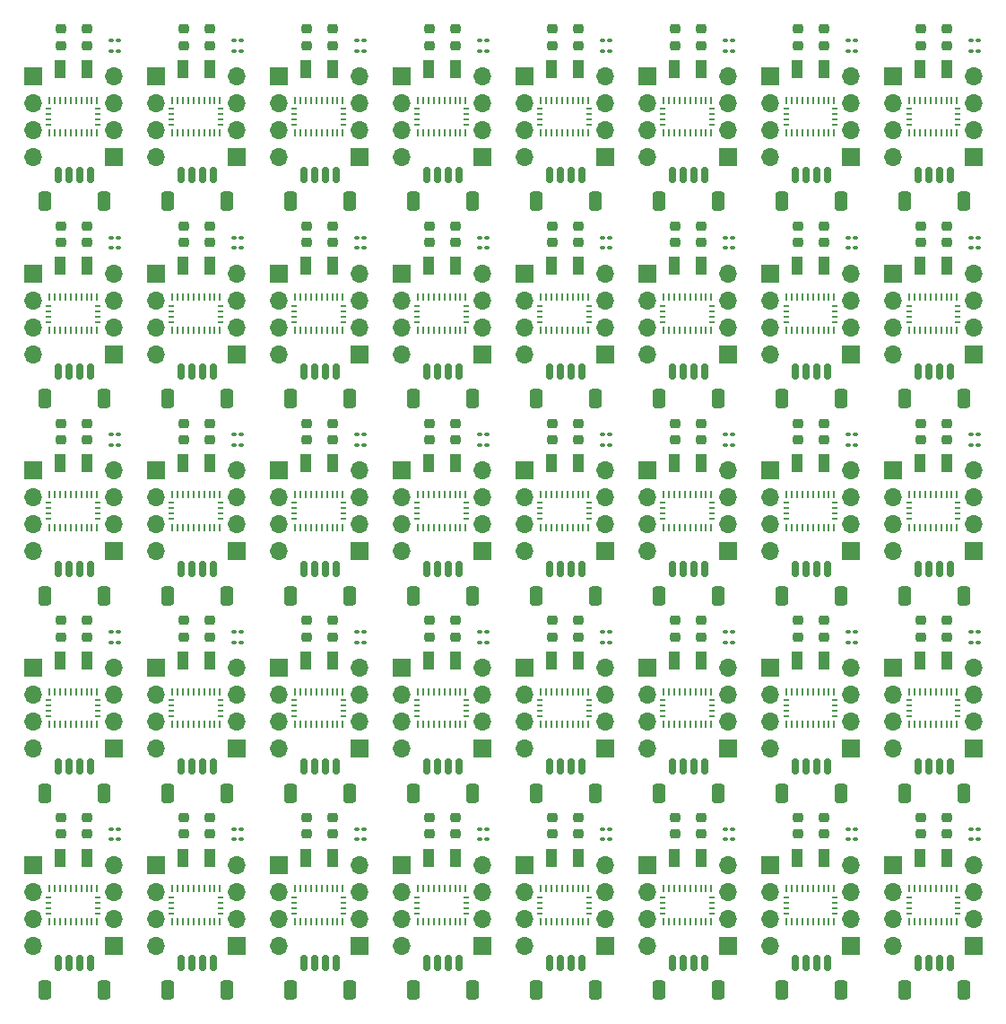
<source format=gbr>
%TF.GenerationSoftware,KiCad,Pcbnew,8.0.8*%
%TF.CreationDate,2025-03-09T21:38:21+09:00*%
%TF.ProjectId,panelized,70616e65-6c69-47a6-9564-2e6b69636164,rev?*%
%TF.SameCoordinates,Original*%
%TF.FileFunction,Soldermask,Top*%
%TF.FilePolarity,Negative*%
%FSLAX46Y46*%
G04 Gerber Fmt 4.6, Leading zero omitted, Abs format (unit mm)*
G04 Created by KiCad (PCBNEW 8.0.8) date 2025-03-09 21:38:21*
%MOMM*%
%LPD*%
G01*
G04 APERTURE LIST*
G04 Aperture macros list*
%AMRoundRect*
0 Rectangle with rounded corners*
0 $1 Rounding radius*
0 $2 $3 $4 $5 $6 $7 $8 $9 X,Y pos of 4 corners*
0 Add a 4 corners polygon primitive as box body*
4,1,4,$2,$3,$4,$5,$6,$7,$8,$9,$2,$3,0*
0 Add four circle primitives for the rounded corners*
1,1,$1+$1,$2,$3*
1,1,$1+$1,$4,$5*
1,1,$1+$1,$6,$7*
1,1,$1+$1,$8,$9*
0 Add four rect primitives between the rounded corners*
20,1,$1+$1,$2,$3,$4,$5,0*
20,1,$1+$1,$4,$5,$6,$7,0*
20,1,$1+$1,$6,$7,$8,$9,0*
20,1,$1+$1,$8,$9,$2,$3,0*%
G04 Aperture macros list end*
%ADD10R,0.250000X0.675000*%
%ADD11R,0.575000X0.250000*%
%ADD12RoundRect,0.225000X0.250000X-0.225000X0.250000X0.225000X-0.250000X0.225000X-0.250000X-0.225000X0*%
%ADD13R,1.000000X1.800000*%
%ADD14RoundRect,0.100000X-0.130000X-0.100000X0.130000X-0.100000X0.130000X0.100000X-0.130000X0.100000X0*%
%ADD15RoundRect,0.150000X0.150000X0.625000X-0.150000X0.625000X-0.150000X-0.625000X0.150000X-0.625000X0*%
%ADD16RoundRect,0.250000X0.350000X0.650000X-0.350000X0.650000X-0.350000X-0.650000X0.350000X-0.650000X0*%
%ADD17R,1.700000X1.700000*%
%ADD18O,1.700000X1.700000*%
G04 APERTURE END LIST*
D10*
%TO.C,IC1*%
X61250000Y-63237000D03*
D11*
X61187000Y-64050000D03*
X61187000Y-64550000D03*
X61187000Y-65050000D03*
X61187000Y-65550000D03*
D10*
X61250000Y-66363000D03*
X61750000Y-66363000D03*
X62250000Y-66363000D03*
X62750000Y-66363000D03*
X63250000Y-66363000D03*
X63750000Y-66363000D03*
X64250000Y-66363000D03*
X64750000Y-66363000D03*
X65250000Y-66363000D03*
X65750000Y-66363000D03*
D11*
X65813000Y-65550000D03*
X65813000Y-65050000D03*
X65813000Y-64550000D03*
X65813000Y-64050000D03*
D10*
X65750000Y-63237000D03*
X65250000Y-63237000D03*
X64750000Y-63237000D03*
X64250000Y-63237000D03*
X63750000Y-63237000D03*
X63250000Y-63237000D03*
X62750000Y-63237000D03*
X62250000Y-63237000D03*
X61750000Y-63237000D03*
%TD*%
D12*
%TO.C,C4*%
X41600000Y-20875000D03*
X41600000Y-19325000D03*
%TD*%
D13*
%TO.C,Y1*%
X41550000Y-4500000D03*
X39050000Y-4500000D03*
%TD*%
D14*
%TO.C,JP6*%
X67080000Y-57600000D03*
X67720000Y-57600000D03*
%TD*%
D10*
%TO.C,IC1*%
X49650000Y-26037000D03*
D11*
X49587000Y-26850000D03*
X49587000Y-27350000D03*
X49587000Y-27850000D03*
X49587000Y-28350000D03*
D10*
X49650000Y-29163000D03*
X50150000Y-29163000D03*
X50650000Y-29163000D03*
X51150000Y-29163000D03*
X51650000Y-29163000D03*
X52150000Y-29163000D03*
X52650000Y-29163000D03*
X53150000Y-29163000D03*
X53650000Y-29163000D03*
X54150000Y-29163000D03*
D11*
X54213000Y-28350000D03*
X54213000Y-27850000D03*
X54213000Y-27350000D03*
X54213000Y-26850000D03*
D10*
X54150000Y-26037000D03*
X53650000Y-26037000D03*
X53150000Y-26037000D03*
X52650000Y-26037000D03*
X52150000Y-26037000D03*
X51650000Y-26037000D03*
X51150000Y-26037000D03*
X50650000Y-26037000D03*
X50150000Y-26037000D03*
%TD*%
D12*
%TO.C,C3*%
X4300000Y-39475000D03*
X4300000Y-37925000D03*
%TD*%
%TO.C,C4*%
X41600000Y-39475000D03*
X41600000Y-37925000D03*
%TD*%
D15*
%TO.C,J2*%
X7100000Y-88875000D03*
X6100000Y-88875000D03*
X5100000Y-88875000D03*
X4100000Y-88875000D03*
D16*
X8400000Y-91400000D03*
X2800000Y-91400000D03*
%TD*%
D12*
%TO.C,C4*%
X41600000Y-58075000D03*
X41600000Y-56525000D03*
%TD*%
D13*
%TO.C,Y1*%
X41550000Y-41700000D03*
X39050000Y-41700000D03*
%TD*%
%TO.C,Y1*%
X29950000Y-4500000D03*
X27450000Y-4500000D03*
%TD*%
D12*
%TO.C,C4*%
X18400000Y-76675000D03*
X18400000Y-75125000D03*
%TD*%
D14*
%TO.C,JP6*%
X90280000Y-1800000D03*
X90920000Y-1800000D03*
%TD*%
D15*
%TO.C,J2*%
X7100000Y-51675000D03*
X6100000Y-51675000D03*
X5100000Y-51675000D03*
X4100000Y-51675000D03*
D16*
X8400000Y-54200000D03*
X2800000Y-54200000D03*
%TD*%
D12*
%TO.C,C4*%
X64800000Y-2275000D03*
X64800000Y-725000D03*
%TD*%
D13*
%TO.C,Y1*%
X76350000Y-4500000D03*
X73850000Y-4500000D03*
%TD*%
D12*
%TO.C,C3*%
X15900000Y-2275000D03*
X15900000Y-725000D03*
%TD*%
D14*
%TO.C,JP6*%
X67080000Y-39000000D03*
X67720000Y-39000000D03*
%TD*%
D13*
%TO.C,Y1*%
X29950000Y-41700000D03*
X27450000Y-41700000D03*
%TD*%
D15*
%TO.C,J2*%
X53500000Y-88875000D03*
X52500000Y-88875000D03*
X51500000Y-88875000D03*
X50500000Y-88875000D03*
D16*
X54800000Y-91400000D03*
X49200000Y-91400000D03*
%TD*%
D12*
%TO.C,C3*%
X39100000Y-20875000D03*
X39100000Y-19325000D03*
%TD*%
%TO.C,C4*%
X64800000Y-20875000D03*
X64800000Y-19325000D03*
%TD*%
D10*
%TO.C,IC1*%
X49650000Y-44637000D03*
D11*
X49587000Y-45450000D03*
X49587000Y-45950000D03*
X49587000Y-46450000D03*
X49587000Y-46950000D03*
D10*
X49650000Y-47763000D03*
X50150000Y-47763000D03*
X50650000Y-47763000D03*
X51150000Y-47763000D03*
X51650000Y-47763000D03*
X52150000Y-47763000D03*
X52650000Y-47763000D03*
X53150000Y-47763000D03*
X53650000Y-47763000D03*
X54150000Y-47763000D03*
D11*
X54213000Y-46950000D03*
X54213000Y-46450000D03*
X54213000Y-45950000D03*
X54213000Y-45450000D03*
D10*
X54150000Y-44637000D03*
X53650000Y-44637000D03*
X53150000Y-44637000D03*
X52650000Y-44637000D03*
X52150000Y-44637000D03*
X51650000Y-44637000D03*
X51150000Y-44637000D03*
X50650000Y-44637000D03*
X50150000Y-44637000D03*
%TD*%
D12*
%TO.C,C4*%
X6800000Y-2275000D03*
X6800000Y-725000D03*
%TD*%
D13*
%TO.C,Y1*%
X87950000Y-23100000D03*
X85450000Y-23100000D03*
%TD*%
D14*
%TO.C,JP5*%
X90280000Y-40000000D03*
X90920000Y-40000000D03*
%TD*%
D10*
%TO.C,IC1*%
X14850000Y-81837000D03*
D11*
X14787000Y-82650000D03*
X14787000Y-83150000D03*
X14787000Y-83650000D03*
X14787000Y-84150000D03*
D10*
X14850000Y-84963000D03*
X15350000Y-84963000D03*
X15850000Y-84963000D03*
X16350000Y-84963000D03*
X16850000Y-84963000D03*
X17350000Y-84963000D03*
X17850000Y-84963000D03*
X18350000Y-84963000D03*
X18850000Y-84963000D03*
X19350000Y-84963000D03*
D11*
X19413000Y-84150000D03*
X19413000Y-83650000D03*
X19413000Y-83150000D03*
X19413000Y-82650000D03*
D10*
X19350000Y-81837000D03*
X18850000Y-81837000D03*
X18350000Y-81837000D03*
X17850000Y-81837000D03*
X17350000Y-81837000D03*
X16850000Y-81837000D03*
X16350000Y-81837000D03*
X15850000Y-81837000D03*
X15350000Y-81837000D03*
%TD*%
D14*
%TO.C,JP6*%
X55480000Y-39000000D03*
X56120000Y-39000000D03*
%TD*%
%TO.C,JP5*%
X55480000Y-58600000D03*
X56120000Y-58600000D03*
%TD*%
%TO.C,JP6*%
X43880000Y-76200000D03*
X44520000Y-76200000D03*
%TD*%
%TO.C,JP5*%
X32280000Y-77200000D03*
X32920000Y-77200000D03*
%TD*%
D12*
%TO.C,C4*%
X88000000Y-20875000D03*
X88000000Y-19325000D03*
%TD*%
D15*
%TO.C,J2*%
X30300000Y-51675000D03*
X29300000Y-51675000D03*
X28300000Y-51675000D03*
X27300000Y-51675000D03*
D16*
X31600000Y-54200000D03*
X26000000Y-54200000D03*
%TD*%
D14*
%TO.C,JP6*%
X9080000Y-39000000D03*
X9720000Y-39000000D03*
%TD*%
D13*
%TO.C,Y1*%
X18350000Y-60300000D03*
X15850000Y-60300000D03*
%TD*%
D10*
%TO.C,IC1*%
X49650000Y-7437000D03*
D11*
X49587000Y-8250000D03*
X49587000Y-8750000D03*
X49587000Y-9250000D03*
X49587000Y-9750000D03*
D10*
X49650000Y-10563000D03*
X50150000Y-10563000D03*
X50650000Y-10563000D03*
X51150000Y-10563000D03*
X51650000Y-10563000D03*
X52150000Y-10563000D03*
X52650000Y-10563000D03*
X53150000Y-10563000D03*
X53650000Y-10563000D03*
X54150000Y-10563000D03*
D11*
X54213000Y-9750000D03*
X54213000Y-9250000D03*
X54213000Y-8750000D03*
X54213000Y-8250000D03*
D10*
X54150000Y-7437000D03*
X53650000Y-7437000D03*
X53150000Y-7437000D03*
X52650000Y-7437000D03*
X52150000Y-7437000D03*
X51650000Y-7437000D03*
X51150000Y-7437000D03*
X50650000Y-7437000D03*
X50150000Y-7437000D03*
%TD*%
D14*
%TO.C,JP5*%
X32280000Y-40000000D03*
X32920000Y-40000000D03*
%TD*%
D15*
%TO.C,J2*%
X18700000Y-70275000D03*
X17700000Y-70275000D03*
X16700000Y-70275000D03*
X15700000Y-70275000D03*
D16*
X20000000Y-72800000D03*
X14400000Y-72800000D03*
%TD*%
D13*
%TO.C,Y1*%
X18350000Y-23100000D03*
X15850000Y-23100000D03*
%TD*%
D15*
%TO.C,J2*%
X7100000Y-70275000D03*
X6100000Y-70275000D03*
X5100000Y-70275000D03*
X4100000Y-70275000D03*
D16*
X8400000Y-72800000D03*
X2800000Y-72800000D03*
%TD*%
D12*
%TO.C,C4*%
X64800000Y-76675000D03*
X64800000Y-75125000D03*
%TD*%
%TO.C,C3*%
X27500000Y-76675000D03*
X27500000Y-75125000D03*
%TD*%
D14*
%TO.C,JP5*%
X67080000Y-77200000D03*
X67720000Y-77200000D03*
%TD*%
D15*
%TO.C,J2*%
X76700000Y-14475000D03*
X75700000Y-14475000D03*
X74700000Y-14475000D03*
X73700000Y-14475000D03*
D16*
X78000000Y-17000000D03*
X72400000Y-17000000D03*
%TD*%
D12*
%TO.C,C3*%
X4300000Y-76675000D03*
X4300000Y-75125000D03*
%TD*%
D13*
%TO.C,Y1*%
X87950000Y-60300000D03*
X85450000Y-60300000D03*
%TD*%
D14*
%TO.C,JP5*%
X43880000Y-58600000D03*
X44520000Y-58600000D03*
%TD*%
D12*
%TO.C,C3*%
X39100000Y-39475000D03*
X39100000Y-37925000D03*
%TD*%
%TO.C,C3*%
X50700000Y-58075000D03*
X50700000Y-56525000D03*
%TD*%
D15*
%TO.C,J2*%
X18700000Y-88875000D03*
X17700000Y-88875000D03*
X16700000Y-88875000D03*
X15700000Y-88875000D03*
D16*
X20000000Y-91400000D03*
X14400000Y-91400000D03*
%TD*%
D15*
%TO.C,J2*%
X65100000Y-51675000D03*
X64100000Y-51675000D03*
X63100000Y-51675000D03*
X62100000Y-51675000D03*
D16*
X66400000Y-54200000D03*
X60800000Y-54200000D03*
%TD*%
D12*
%TO.C,C4*%
X53200000Y-58075000D03*
X53200000Y-56525000D03*
%TD*%
%TO.C,C4*%
X88000000Y-76675000D03*
X88000000Y-75125000D03*
%TD*%
%TO.C,C3*%
X27500000Y-58075000D03*
X27500000Y-56525000D03*
%TD*%
D13*
%TO.C,Y1*%
X41550000Y-23100000D03*
X39050000Y-23100000D03*
%TD*%
D12*
%TO.C,C3*%
X85500000Y-76675000D03*
X85500000Y-75125000D03*
%TD*%
D13*
%TO.C,Y1*%
X76350000Y-23100000D03*
X73850000Y-23100000D03*
%TD*%
D14*
%TO.C,JP5*%
X78680000Y-21400000D03*
X79320000Y-21400000D03*
%TD*%
D10*
%TO.C,IC1*%
X14850000Y-7437000D03*
D11*
X14787000Y-8250000D03*
X14787000Y-8750000D03*
X14787000Y-9250000D03*
X14787000Y-9750000D03*
D10*
X14850000Y-10563000D03*
X15350000Y-10563000D03*
X15850000Y-10563000D03*
X16350000Y-10563000D03*
X16850000Y-10563000D03*
X17350000Y-10563000D03*
X17850000Y-10563000D03*
X18350000Y-10563000D03*
X18850000Y-10563000D03*
X19350000Y-10563000D03*
D11*
X19413000Y-9750000D03*
X19413000Y-9250000D03*
X19413000Y-8750000D03*
X19413000Y-8250000D03*
D10*
X19350000Y-7437000D03*
X18850000Y-7437000D03*
X18350000Y-7437000D03*
X17850000Y-7437000D03*
X17350000Y-7437000D03*
X16850000Y-7437000D03*
X16350000Y-7437000D03*
X15850000Y-7437000D03*
X15350000Y-7437000D03*
%TD*%
D12*
%TO.C,C4*%
X30000000Y-76675000D03*
X30000000Y-75125000D03*
%TD*%
D10*
%TO.C,IC1*%
X14850000Y-63237000D03*
D11*
X14787000Y-64050000D03*
X14787000Y-64550000D03*
X14787000Y-65050000D03*
X14787000Y-65550000D03*
D10*
X14850000Y-66363000D03*
X15350000Y-66363000D03*
X15850000Y-66363000D03*
X16350000Y-66363000D03*
X16850000Y-66363000D03*
X17350000Y-66363000D03*
X17850000Y-66363000D03*
X18350000Y-66363000D03*
X18850000Y-66363000D03*
X19350000Y-66363000D03*
D11*
X19413000Y-65550000D03*
X19413000Y-65050000D03*
X19413000Y-64550000D03*
X19413000Y-64050000D03*
D10*
X19350000Y-63237000D03*
X18850000Y-63237000D03*
X18350000Y-63237000D03*
X17850000Y-63237000D03*
X17350000Y-63237000D03*
X16850000Y-63237000D03*
X16350000Y-63237000D03*
X15850000Y-63237000D03*
X15350000Y-63237000D03*
%TD*%
D14*
%TO.C,JP5*%
X9080000Y-40000000D03*
X9720000Y-40000000D03*
%TD*%
%TO.C,JP6*%
X9080000Y-57600000D03*
X9720000Y-57600000D03*
%TD*%
D12*
%TO.C,C4*%
X88000000Y-58075000D03*
X88000000Y-56525000D03*
%TD*%
%TO.C,C3*%
X62300000Y-2275000D03*
X62300000Y-725000D03*
%TD*%
D14*
%TO.C,JP6*%
X78680000Y-20400000D03*
X79320000Y-20400000D03*
%TD*%
%TO.C,JP5*%
X90280000Y-21400000D03*
X90920000Y-21400000D03*
%TD*%
%TO.C,JP5*%
X32280000Y-21400000D03*
X32920000Y-21400000D03*
%TD*%
D13*
%TO.C,Y1*%
X6750000Y-4500000D03*
X4250000Y-4500000D03*
%TD*%
D15*
%TO.C,J2*%
X7100000Y-14475000D03*
X6100000Y-14475000D03*
X5100000Y-14475000D03*
X4100000Y-14475000D03*
D16*
X8400000Y-17000000D03*
X2800000Y-17000000D03*
%TD*%
D12*
%TO.C,C3*%
X62300000Y-76675000D03*
X62300000Y-75125000D03*
%TD*%
%TO.C,C4*%
X76400000Y-20875000D03*
X76400000Y-19325000D03*
%TD*%
D15*
%TO.C,J2*%
X18700000Y-14475000D03*
X17700000Y-14475000D03*
X16700000Y-14475000D03*
X15700000Y-14475000D03*
D16*
X20000000Y-17000000D03*
X14400000Y-17000000D03*
%TD*%
D15*
%TO.C,J2*%
X53500000Y-33075000D03*
X52500000Y-33075000D03*
X51500000Y-33075000D03*
X50500000Y-33075000D03*
D16*
X54800000Y-35600000D03*
X49200000Y-35600000D03*
%TD*%
D10*
%TO.C,IC1*%
X14850000Y-26037000D03*
D11*
X14787000Y-26850000D03*
X14787000Y-27350000D03*
X14787000Y-27850000D03*
X14787000Y-28350000D03*
D10*
X14850000Y-29163000D03*
X15350000Y-29163000D03*
X15850000Y-29163000D03*
X16350000Y-29163000D03*
X16850000Y-29163000D03*
X17350000Y-29163000D03*
X17850000Y-29163000D03*
X18350000Y-29163000D03*
X18850000Y-29163000D03*
X19350000Y-29163000D03*
D11*
X19413000Y-28350000D03*
X19413000Y-27850000D03*
X19413000Y-27350000D03*
X19413000Y-26850000D03*
D10*
X19350000Y-26037000D03*
X18850000Y-26037000D03*
X18350000Y-26037000D03*
X17850000Y-26037000D03*
X17350000Y-26037000D03*
X16850000Y-26037000D03*
X16350000Y-26037000D03*
X15850000Y-26037000D03*
X15350000Y-26037000D03*
%TD*%
D12*
%TO.C,C4*%
X6800000Y-58075000D03*
X6800000Y-56525000D03*
%TD*%
D14*
%TO.C,JP6*%
X78680000Y-1800000D03*
X79320000Y-1800000D03*
%TD*%
D15*
%TO.C,J2*%
X65100000Y-33075000D03*
X64100000Y-33075000D03*
X63100000Y-33075000D03*
X62100000Y-33075000D03*
D16*
X66400000Y-35600000D03*
X60800000Y-35600000D03*
%TD*%
D10*
%TO.C,IC1*%
X84450000Y-63237000D03*
D11*
X84387000Y-64050000D03*
X84387000Y-64550000D03*
X84387000Y-65050000D03*
X84387000Y-65550000D03*
D10*
X84450000Y-66363000D03*
X84950000Y-66363000D03*
X85450000Y-66363000D03*
X85950000Y-66363000D03*
X86450000Y-66363000D03*
X86950000Y-66363000D03*
X87450000Y-66363000D03*
X87950000Y-66363000D03*
X88450000Y-66363000D03*
X88950000Y-66363000D03*
D11*
X89013000Y-65550000D03*
X89013000Y-65050000D03*
X89013000Y-64550000D03*
X89013000Y-64050000D03*
D10*
X88950000Y-63237000D03*
X88450000Y-63237000D03*
X87950000Y-63237000D03*
X87450000Y-63237000D03*
X86950000Y-63237000D03*
X86450000Y-63237000D03*
X85950000Y-63237000D03*
X85450000Y-63237000D03*
X84950000Y-63237000D03*
%TD*%
D14*
%TO.C,JP5*%
X20680000Y-40000000D03*
X21320000Y-40000000D03*
%TD*%
%TO.C,JP5*%
X43880000Y-77200000D03*
X44520000Y-77200000D03*
%TD*%
D15*
%TO.C,J2*%
X65100000Y-88875000D03*
X64100000Y-88875000D03*
X63100000Y-88875000D03*
X62100000Y-88875000D03*
D16*
X66400000Y-91400000D03*
X60800000Y-91400000D03*
%TD*%
D14*
%TO.C,JP6*%
X55480000Y-57600000D03*
X56120000Y-57600000D03*
%TD*%
D13*
%TO.C,Y1*%
X6750000Y-78900000D03*
X4250000Y-78900000D03*
%TD*%
D10*
%TO.C,IC1*%
X26450000Y-7437000D03*
D11*
X26387000Y-8250000D03*
X26387000Y-8750000D03*
X26387000Y-9250000D03*
X26387000Y-9750000D03*
D10*
X26450000Y-10563000D03*
X26950000Y-10563000D03*
X27450000Y-10563000D03*
X27950000Y-10563000D03*
X28450000Y-10563000D03*
X28950000Y-10563000D03*
X29450000Y-10563000D03*
X29950000Y-10563000D03*
X30450000Y-10563000D03*
X30950000Y-10563000D03*
D11*
X31013000Y-9750000D03*
X31013000Y-9250000D03*
X31013000Y-8750000D03*
X31013000Y-8250000D03*
D10*
X30950000Y-7437000D03*
X30450000Y-7437000D03*
X29950000Y-7437000D03*
X29450000Y-7437000D03*
X28950000Y-7437000D03*
X28450000Y-7437000D03*
X27950000Y-7437000D03*
X27450000Y-7437000D03*
X26950000Y-7437000D03*
%TD*%
D13*
%TO.C,Y1*%
X53150000Y-23100000D03*
X50650000Y-23100000D03*
%TD*%
D12*
%TO.C,C3*%
X15900000Y-39475000D03*
X15900000Y-37925000D03*
%TD*%
%TO.C,C3*%
X39100000Y-58075000D03*
X39100000Y-56525000D03*
%TD*%
%TO.C,C4*%
X18400000Y-2275000D03*
X18400000Y-725000D03*
%TD*%
D14*
%TO.C,JP5*%
X43880000Y-40000000D03*
X44520000Y-40000000D03*
%TD*%
D10*
%TO.C,IC1*%
X61250000Y-7437000D03*
D11*
X61187000Y-8250000D03*
X61187000Y-8750000D03*
X61187000Y-9250000D03*
X61187000Y-9750000D03*
D10*
X61250000Y-10563000D03*
X61750000Y-10563000D03*
X62250000Y-10563000D03*
X62750000Y-10563000D03*
X63250000Y-10563000D03*
X63750000Y-10563000D03*
X64250000Y-10563000D03*
X64750000Y-10563000D03*
X65250000Y-10563000D03*
X65750000Y-10563000D03*
D11*
X65813000Y-9750000D03*
X65813000Y-9250000D03*
X65813000Y-8750000D03*
X65813000Y-8250000D03*
D10*
X65750000Y-7437000D03*
X65250000Y-7437000D03*
X64750000Y-7437000D03*
X64250000Y-7437000D03*
X63750000Y-7437000D03*
X63250000Y-7437000D03*
X62750000Y-7437000D03*
X62250000Y-7437000D03*
X61750000Y-7437000D03*
%TD*%
D12*
%TO.C,C3*%
X27500000Y-2275000D03*
X27500000Y-725000D03*
%TD*%
%TO.C,C4*%
X30000000Y-20875000D03*
X30000000Y-19325000D03*
%TD*%
D14*
%TO.C,JP6*%
X67080000Y-20400000D03*
X67720000Y-20400000D03*
%TD*%
D12*
%TO.C,C4*%
X6800000Y-20875000D03*
X6800000Y-19325000D03*
%TD*%
D14*
%TO.C,JP5*%
X67080000Y-2800000D03*
X67720000Y-2800000D03*
%TD*%
D12*
%TO.C,C3*%
X73900000Y-58075000D03*
X73900000Y-56525000D03*
%TD*%
D10*
%TO.C,IC1*%
X84450000Y-26037000D03*
D11*
X84387000Y-26850000D03*
X84387000Y-27350000D03*
X84387000Y-27850000D03*
X84387000Y-28350000D03*
D10*
X84450000Y-29163000D03*
X84950000Y-29163000D03*
X85450000Y-29163000D03*
X85950000Y-29163000D03*
X86450000Y-29163000D03*
X86950000Y-29163000D03*
X87450000Y-29163000D03*
X87950000Y-29163000D03*
X88450000Y-29163000D03*
X88950000Y-29163000D03*
D11*
X89013000Y-28350000D03*
X89013000Y-27850000D03*
X89013000Y-27350000D03*
X89013000Y-26850000D03*
D10*
X88950000Y-26037000D03*
X88450000Y-26037000D03*
X87950000Y-26037000D03*
X87450000Y-26037000D03*
X86950000Y-26037000D03*
X86450000Y-26037000D03*
X85950000Y-26037000D03*
X85450000Y-26037000D03*
X84950000Y-26037000D03*
%TD*%
D14*
%TO.C,JP5*%
X20680000Y-77200000D03*
X21320000Y-77200000D03*
%TD*%
%TO.C,JP6*%
X43880000Y-39000000D03*
X44520000Y-39000000D03*
%TD*%
D12*
%TO.C,C4*%
X6800000Y-76675000D03*
X6800000Y-75125000D03*
%TD*%
%TO.C,C3*%
X39100000Y-76675000D03*
X39100000Y-75125000D03*
%TD*%
%TO.C,C3*%
X73900000Y-76675000D03*
X73900000Y-75125000D03*
%TD*%
D10*
%TO.C,IC1*%
X3250000Y-26037000D03*
D11*
X3187000Y-26850000D03*
X3187000Y-27350000D03*
X3187000Y-27850000D03*
X3187000Y-28350000D03*
D10*
X3250000Y-29163000D03*
X3750000Y-29163000D03*
X4250000Y-29163000D03*
X4750000Y-29163000D03*
X5250000Y-29163000D03*
X5750000Y-29163000D03*
X6250000Y-29163000D03*
X6750000Y-29163000D03*
X7250000Y-29163000D03*
X7750000Y-29163000D03*
D11*
X7813000Y-28350000D03*
X7813000Y-27850000D03*
X7813000Y-27350000D03*
X7813000Y-26850000D03*
D10*
X7750000Y-26037000D03*
X7250000Y-26037000D03*
X6750000Y-26037000D03*
X6250000Y-26037000D03*
X5750000Y-26037000D03*
X5250000Y-26037000D03*
X4750000Y-26037000D03*
X4250000Y-26037000D03*
X3750000Y-26037000D03*
%TD*%
D13*
%TO.C,Y1*%
X53150000Y-78900000D03*
X50650000Y-78900000D03*
%TD*%
D10*
%TO.C,IC1*%
X38050000Y-7437000D03*
D11*
X37987000Y-8250000D03*
X37987000Y-8750000D03*
X37987000Y-9250000D03*
X37987000Y-9750000D03*
D10*
X38050000Y-10563000D03*
X38550000Y-10563000D03*
X39050000Y-10563000D03*
X39550000Y-10563000D03*
X40050000Y-10563000D03*
X40550000Y-10563000D03*
X41050000Y-10563000D03*
X41550000Y-10563000D03*
X42050000Y-10563000D03*
X42550000Y-10563000D03*
D11*
X42613000Y-9750000D03*
X42613000Y-9250000D03*
X42613000Y-8750000D03*
X42613000Y-8250000D03*
D10*
X42550000Y-7437000D03*
X42050000Y-7437000D03*
X41550000Y-7437000D03*
X41050000Y-7437000D03*
X40550000Y-7437000D03*
X40050000Y-7437000D03*
X39550000Y-7437000D03*
X39050000Y-7437000D03*
X38550000Y-7437000D03*
%TD*%
D14*
%TO.C,JP6*%
X20680000Y-39000000D03*
X21320000Y-39000000D03*
%TD*%
D12*
%TO.C,C4*%
X53200000Y-76675000D03*
X53200000Y-75125000D03*
%TD*%
%TO.C,C4*%
X76400000Y-76675000D03*
X76400000Y-75125000D03*
%TD*%
D14*
%TO.C,JP5*%
X90280000Y-2800000D03*
X90920000Y-2800000D03*
%TD*%
D12*
%TO.C,C3*%
X4300000Y-58075000D03*
X4300000Y-56525000D03*
%TD*%
%TO.C,C3*%
X4300000Y-20875000D03*
X4300000Y-19325000D03*
%TD*%
%TO.C,C3*%
X85500000Y-58075000D03*
X85500000Y-56525000D03*
%TD*%
D14*
%TO.C,JP5*%
X20680000Y-2800000D03*
X21320000Y-2800000D03*
%TD*%
D10*
%TO.C,IC1*%
X3250000Y-81837000D03*
D11*
X3187000Y-82650000D03*
X3187000Y-83150000D03*
X3187000Y-83650000D03*
X3187000Y-84150000D03*
D10*
X3250000Y-84963000D03*
X3750000Y-84963000D03*
X4250000Y-84963000D03*
X4750000Y-84963000D03*
X5250000Y-84963000D03*
X5750000Y-84963000D03*
X6250000Y-84963000D03*
X6750000Y-84963000D03*
X7250000Y-84963000D03*
X7750000Y-84963000D03*
D11*
X7813000Y-84150000D03*
X7813000Y-83650000D03*
X7813000Y-83150000D03*
X7813000Y-82650000D03*
D10*
X7750000Y-81837000D03*
X7250000Y-81837000D03*
X6750000Y-81837000D03*
X6250000Y-81837000D03*
X5750000Y-81837000D03*
X5250000Y-81837000D03*
X4750000Y-81837000D03*
X4250000Y-81837000D03*
X3750000Y-81837000D03*
%TD*%
D14*
%TO.C,JP6*%
X43880000Y-20400000D03*
X44520000Y-20400000D03*
%TD*%
D13*
%TO.C,Y1*%
X87950000Y-78900000D03*
X85450000Y-78900000D03*
%TD*%
D15*
%TO.C,J2*%
X41900000Y-14475000D03*
X40900000Y-14475000D03*
X39900000Y-14475000D03*
X38900000Y-14475000D03*
D16*
X43200000Y-17000000D03*
X37600000Y-17000000D03*
%TD*%
D14*
%TO.C,JP5*%
X78680000Y-58600000D03*
X79320000Y-58600000D03*
%TD*%
D15*
%TO.C,J2*%
X88300000Y-88875000D03*
X87300000Y-88875000D03*
X86300000Y-88875000D03*
X85300000Y-88875000D03*
D16*
X89600000Y-91400000D03*
X84000000Y-91400000D03*
%TD*%
D12*
%TO.C,C4*%
X76400000Y-39475000D03*
X76400000Y-37925000D03*
%TD*%
D15*
%TO.C,J2*%
X30300000Y-88875000D03*
X29300000Y-88875000D03*
X28300000Y-88875000D03*
X27300000Y-88875000D03*
D16*
X31600000Y-91400000D03*
X26000000Y-91400000D03*
%TD*%
D15*
%TO.C,J2*%
X30300000Y-70275000D03*
X29300000Y-70275000D03*
X28300000Y-70275000D03*
X27300000Y-70275000D03*
D16*
X31600000Y-72800000D03*
X26000000Y-72800000D03*
%TD*%
D14*
%TO.C,JP6*%
X90280000Y-39000000D03*
X90920000Y-39000000D03*
%TD*%
D10*
%TO.C,IC1*%
X14850000Y-44637000D03*
D11*
X14787000Y-45450000D03*
X14787000Y-45950000D03*
X14787000Y-46450000D03*
X14787000Y-46950000D03*
D10*
X14850000Y-47763000D03*
X15350000Y-47763000D03*
X15850000Y-47763000D03*
X16350000Y-47763000D03*
X16850000Y-47763000D03*
X17350000Y-47763000D03*
X17850000Y-47763000D03*
X18350000Y-47763000D03*
X18850000Y-47763000D03*
X19350000Y-47763000D03*
D11*
X19413000Y-46950000D03*
X19413000Y-46450000D03*
X19413000Y-45950000D03*
X19413000Y-45450000D03*
D10*
X19350000Y-44637000D03*
X18850000Y-44637000D03*
X18350000Y-44637000D03*
X17850000Y-44637000D03*
X17350000Y-44637000D03*
X16850000Y-44637000D03*
X16350000Y-44637000D03*
X15850000Y-44637000D03*
X15350000Y-44637000D03*
%TD*%
D12*
%TO.C,C4*%
X88000000Y-2275000D03*
X88000000Y-725000D03*
%TD*%
D15*
%TO.C,J2*%
X30300000Y-14475000D03*
X29300000Y-14475000D03*
X28300000Y-14475000D03*
X27300000Y-14475000D03*
D16*
X31600000Y-17000000D03*
X26000000Y-17000000D03*
%TD*%
D12*
%TO.C,C3*%
X85500000Y-2275000D03*
X85500000Y-725000D03*
%TD*%
D10*
%TO.C,IC1*%
X38050000Y-63237000D03*
D11*
X37987000Y-64050000D03*
X37987000Y-64550000D03*
X37987000Y-65050000D03*
X37987000Y-65550000D03*
D10*
X38050000Y-66363000D03*
X38550000Y-66363000D03*
X39050000Y-66363000D03*
X39550000Y-66363000D03*
X40050000Y-66363000D03*
X40550000Y-66363000D03*
X41050000Y-66363000D03*
X41550000Y-66363000D03*
X42050000Y-66363000D03*
X42550000Y-66363000D03*
D11*
X42613000Y-65550000D03*
X42613000Y-65050000D03*
X42613000Y-64550000D03*
X42613000Y-64050000D03*
D10*
X42550000Y-63237000D03*
X42050000Y-63237000D03*
X41550000Y-63237000D03*
X41050000Y-63237000D03*
X40550000Y-63237000D03*
X40050000Y-63237000D03*
X39550000Y-63237000D03*
X39050000Y-63237000D03*
X38550000Y-63237000D03*
%TD*%
%TO.C,IC1*%
X72850000Y-7437000D03*
D11*
X72787000Y-8250000D03*
X72787000Y-8750000D03*
X72787000Y-9250000D03*
X72787000Y-9750000D03*
D10*
X72850000Y-10563000D03*
X73350000Y-10563000D03*
X73850000Y-10563000D03*
X74350000Y-10563000D03*
X74850000Y-10563000D03*
X75350000Y-10563000D03*
X75850000Y-10563000D03*
X76350000Y-10563000D03*
X76850000Y-10563000D03*
X77350000Y-10563000D03*
D11*
X77413000Y-9750000D03*
X77413000Y-9250000D03*
X77413000Y-8750000D03*
X77413000Y-8250000D03*
D10*
X77350000Y-7437000D03*
X76850000Y-7437000D03*
X76350000Y-7437000D03*
X75850000Y-7437000D03*
X75350000Y-7437000D03*
X74850000Y-7437000D03*
X74350000Y-7437000D03*
X73850000Y-7437000D03*
X73350000Y-7437000D03*
%TD*%
%TO.C,IC1*%
X72850000Y-26037000D03*
D11*
X72787000Y-26850000D03*
X72787000Y-27350000D03*
X72787000Y-27850000D03*
X72787000Y-28350000D03*
D10*
X72850000Y-29163000D03*
X73350000Y-29163000D03*
X73850000Y-29163000D03*
X74350000Y-29163000D03*
X74850000Y-29163000D03*
X75350000Y-29163000D03*
X75850000Y-29163000D03*
X76350000Y-29163000D03*
X76850000Y-29163000D03*
X77350000Y-29163000D03*
D11*
X77413000Y-28350000D03*
X77413000Y-27850000D03*
X77413000Y-27350000D03*
X77413000Y-26850000D03*
D10*
X77350000Y-26037000D03*
X76850000Y-26037000D03*
X76350000Y-26037000D03*
X75850000Y-26037000D03*
X75350000Y-26037000D03*
X74850000Y-26037000D03*
X74350000Y-26037000D03*
X73850000Y-26037000D03*
X73350000Y-26037000D03*
%TD*%
D12*
%TO.C,C3*%
X15900000Y-58075000D03*
X15900000Y-56525000D03*
%TD*%
D10*
%TO.C,IC1*%
X38050000Y-44637000D03*
D11*
X37987000Y-45450000D03*
X37987000Y-45950000D03*
X37987000Y-46450000D03*
X37987000Y-46950000D03*
D10*
X38050000Y-47763000D03*
X38550000Y-47763000D03*
X39050000Y-47763000D03*
X39550000Y-47763000D03*
X40050000Y-47763000D03*
X40550000Y-47763000D03*
X41050000Y-47763000D03*
X41550000Y-47763000D03*
X42050000Y-47763000D03*
X42550000Y-47763000D03*
D11*
X42613000Y-46950000D03*
X42613000Y-46450000D03*
X42613000Y-45950000D03*
X42613000Y-45450000D03*
D10*
X42550000Y-44637000D03*
X42050000Y-44637000D03*
X41550000Y-44637000D03*
X41050000Y-44637000D03*
X40550000Y-44637000D03*
X40050000Y-44637000D03*
X39550000Y-44637000D03*
X39050000Y-44637000D03*
X38550000Y-44637000D03*
%TD*%
D12*
%TO.C,C4*%
X41600000Y-2275000D03*
X41600000Y-725000D03*
%TD*%
D15*
%TO.C,J2*%
X18700000Y-33075000D03*
X17700000Y-33075000D03*
X16700000Y-33075000D03*
X15700000Y-33075000D03*
D16*
X20000000Y-35600000D03*
X14400000Y-35600000D03*
%TD*%
D12*
%TO.C,C4*%
X76400000Y-58075000D03*
X76400000Y-56525000D03*
%TD*%
D14*
%TO.C,JP6*%
X67080000Y-1800000D03*
X67720000Y-1800000D03*
%TD*%
%TO.C,JP6*%
X55480000Y-76200000D03*
X56120000Y-76200000D03*
%TD*%
D10*
%TO.C,IC1*%
X26450000Y-81837000D03*
D11*
X26387000Y-82650000D03*
X26387000Y-83150000D03*
X26387000Y-83650000D03*
X26387000Y-84150000D03*
D10*
X26450000Y-84963000D03*
X26950000Y-84963000D03*
X27450000Y-84963000D03*
X27950000Y-84963000D03*
X28450000Y-84963000D03*
X28950000Y-84963000D03*
X29450000Y-84963000D03*
X29950000Y-84963000D03*
X30450000Y-84963000D03*
X30950000Y-84963000D03*
D11*
X31013000Y-84150000D03*
X31013000Y-83650000D03*
X31013000Y-83150000D03*
X31013000Y-82650000D03*
D10*
X30950000Y-81837000D03*
X30450000Y-81837000D03*
X29950000Y-81837000D03*
X29450000Y-81837000D03*
X28950000Y-81837000D03*
X28450000Y-81837000D03*
X27950000Y-81837000D03*
X27450000Y-81837000D03*
X26950000Y-81837000D03*
%TD*%
D15*
%TO.C,J2*%
X41900000Y-88875000D03*
X40900000Y-88875000D03*
X39900000Y-88875000D03*
X38900000Y-88875000D03*
D16*
X43200000Y-91400000D03*
X37600000Y-91400000D03*
%TD*%
D14*
%TO.C,JP6*%
X32280000Y-20400000D03*
X32920000Y-20400000D03*
%TD*%
D12*
%TO.C,C3*%
X50700000Y-76675000D03*
X50700000Y-75125000D03*
%TD*%
D10*
%TO.C,IC1*%
X84450000Y-81837000D03*
D11*
X84387000Y-82650000D03*
X84387000Y-83150000D03*
X84387000Y-83650000D03*
X84387000Y-84150000D03*
D10*
X84450000Y-84963000D03*
X84950000Y-84963000D03*
X85450000Y-84963000D03*
X85950000Y-84963000D03*
X86450000Y-84963000D03*
X86950000Y-84963000D03*
X87450000Y-84963000D03*
X87950000Y-84963000D03*
X88450000Y-84963000D03*
X88950000Y-84963000D03*
D11*
X89013000Y-84150000D03*
X89013000Y-83650000D03*
X89013000Y-83150000D03*
X89013000Y-82650000D03*
D10*
X88950000Y-81837000D03*
X88450000Y-81837000D03*
X87950000Y-81837000D03*
X87450000Y-81837000D03*
X86950000Y-81837000D03*
X86450000Y-81837000D03*
X85950000Y-81837000D03*
X85450000Y-81837000D03*
X84950000Y-81837000D03*
%TD*%
D14*
%TO.C,JP5*%
X20680000Y-21400000D03*
X21320000Y-21400000D03*
%TD*%
D15*
%TO.C,J2*%
X76700000Y-51675000D03*
X75700000Y-51675000D03*
X74700000Y-51675000D03*
X73700000Y-51675000D03*
D16*
X78000000Y-54200000D03*
X72400000Y-54200000D03*
%TD*%
D10*
%TO.C,IC1*%
X72850000Y-63237000D03*
D11*
X72787000Y-64050000D03*
X72787000Y-64550000D03*
X72787000Y-65050000D03*
X72787000Y-65550000D03*
D10*
X72850000Y-66363000D03*
X73350000Y-66363000D03*
X73850000Y-66363000D03*
X74350000Y-66363000D03*
X74850000Y-66363000D03*
X75350000Y-66363000D03*
X75850000Y-66363000D03*
X76350000Y-66363000D03*
X76850000Y-66363000D03*
X77350000Y-66363000D03*
D11*
X77413000Y-65550000D03*
X77413000Y-65050000D03*
X77413000Y-64550000D03*
X77413000Y-64050000D03*
D10*
X77350000Y-63237000D03*
X76850000Y-63237000D03*
X76350000Y-63237000D03*
X75850000Y-63237000D03*
X75350000Y-63237000D03*
X74850000Y-63237000D03*
X74350000Y-63237000D03*
X73850000Y-63237000D03*
X73350000Y-63237000D03*
%TD*%
D14*
%TO.C,JP5*%
X90280000Y-58600000D03*
X90920000Y-58600000D03*
%TD*%
%TO.C,JP6*%
X9080000Y-1800000D03*
X9720000Y-1800000D03*
%TD*%
D15*
%TO.C,J2*%
X88300000Y-14475000D03*
X87300000Y-14475000D03*
X86300000Y-14475000D03*
X85300000Y-14475000D03*
D16*
X89600000Y-17000000D03*
X84000000Y-17000000D03*
%TD*%
D15*
%TO.C,J2*%
X53500000Y-70275000D03*
X52500000Y-70275000D03*
X51500000Y-70275000D03*
X50500000Y-70275000D03*
D16*
X54800000Y-72800000D03*
X49200000Y-72800000D03*
%TD*%
D13*
%TO.C,Y1*%
X87950000Y-41700000D03*
X85450000Y-41700000D03*
%TD*%
D12*
%TO.C,C4*%
X53200000Y-2275000D03*
X53200000Y-725000D03*
%TD*%
%TO.C,C4*%
X30000000Y-39475000D03*
X30000000Y-37925000D03*
%TD*%
D14*
%TO.C,JP6*%
X55480000Y-1800000D03*
X56120000Y-1800000D03*
%TD*%
D15*
%TO.C,J2*%
X88300000Y-51675000D03*
X87300000Y-51675000D03*
X86300000Y-51675000D03*
X85300000Y-51675000D03*
D16*
X89600000Y-54200000D03*
X84000000Y-54200000D03*
%TD*%
D12*
%TO.C,C4*%
X18400000Y-39475000D03*
X18400000Y-37925000D03*
%TD*%
D14*
%TO.C,JP6*%
X43880000Y-57600000D03*
X44520000Y-57600000D03*
%TD*%
%TO.C,JP6*%
X32280000Y-57600000D03*
X32920000Y-57600000D03*
%TD*%
%TO.C,JP5*%
X78680000Y-40000000D03*
X79320000Y-40000000D03*
%TD*%
%TO.C,JP6*%
X78680000Y-76200000D03*
X79320000Y-76200000D03*
%TD*%
D10*
%TO.C,IC1*%
X72850000Y-44637000D03*
D11*
X72787000Y-45450000D03*
X72787000Y-45950000D03*
X72787000Y-46450000D03*
X72787000Y-46950000D03*
D10*
X72850000Y-47763000D03*
X73350000Y-47763000D03*
X73850000Y-47763000D03*
X74350000Y-47763000D03*
X74850000Y-47763000D03*
X75350000Y-47763000D03*
X75850000Y-47763000D03*
X76350000Y-47763000D03*
X76850000Y-47763000D03*
X77350000Y-47763000D03*
D11*
X77413000Y-46950000D03*
X77413000Y-46450000D03*
X77413000Y-45950000D03*
X77413000Y-45450000D03*
D10*
X77350000Y-44637000D03*
X76850000Y-44637000D03*
X76350000Y-44637000D03*
X75850000Y-44637000D03*
X75350000Y-44637000D03*
X74850000Y-44637000D03*
X74350000Y-44637000D03*
X73850000Y-44637000D03*
X73350000Y-44637000D03*
%TD*%
D15*
%TO.C,J2*%
X53500000Y-51675000D03*
X52500000Y-51675000D03*
X51500000Y-51675000D03*
X50500000Y-51675000D03*
D16*
X54800000Y-54200000D03*
X49200000Y-54200000D03*
%TD*%
D12*
%TO.C,C4*%
X64800000Y-58075000D03*
X64800000Y-56525000D03*
%TD*%
D13*
%TO.C,Y1*%
X64750000Y-23100000D03*
X62250000Y-23100000D03*
%TD*%
D12*
%TO.C,C3*%
X73900000Y-20875000D03*
X73900000Y-19325000D03*
%TD*%
%TO.C,C3*%
X4300000Y-2275000D03*
X4300000Y-725000D03*
%TD*%
%TO.C,C4*%
X41600000Y-76675000D03*
X41600000Y-75125000D03*
%TD*%
%TO.C,C3*%
X62300000Y-39475000D03*
X62300000Y-37925000D03*
%TD*%
D15*
%TO.C,J2*%
X41900000Y-33075000D03*
X40900000Y-33075000D03*
X39900000Y-33075000D03*
X38900000Y-33075000D03*
D16*
X43200000Y-35600000D03*
X37600000Y-35600000D03*
%TD*%
D10*
%TO.C,IC1*%
X84450000Y-7437000D03*
D11*
X84387000Y-8250000D03*
X84387000Y-8750000D03*
X84387000Y-9250000D03*
X84387000Y-9750000D03*
D10*
X84450000Y-10563000D03*
X84950000Y-10563000D03*
X85450000Y-10563000D03*
X85950000Y-10563000D03*
X86450000Y-10563000D03*
X86950000Y-10563000D03*
X87450000Y-10563000D03*
X87950000Y-10563000D03*
X88450000Y-10563000D03*
X88950000Y-10563000D03*
D11*
X89013000Y-9750000D03*
X89013000Y-9250000D03*
X89013000Y-8750000D03*
X89013000Y-8250000D03*
D10*
X88950000Y-7437000D03*
X88450000Y-7437000D03*
X87950000Y-7437000D03*
X87450000Y-7437000D03*
X86950000Y-7437000D03*
X86450000Y-7437000D03*
X85950000Y-7437000D03*
X85450000Y-7437000D03*
X84950000Y-7437000D03*
%TD*%
D14*
%TO.C,JP6*%
X32280000Y-76200000D03*
X32920000Y-76200000D03*
%TD*%
D10*
%TO.C,IC1*%
X26450000Y-44637000D03*
D11*
X26387000Y-45450000D03*
X26387000Y-45950000D03*
X26387000Y-46450000D03*
X26387000Y-46950000D03*
D10*
X26450000Y-47763000D03*
X26950000Y-47763000D03*
X27450000Y-47763000D03*
X27950000Y-47763000D03*
X28450000Y-47763000D03*
X28950000Y-47763000D03*
X29450000Y-47763000D03*
X29950000Y-47763000D03*
X30450000Y-47763000D03*
X30950000Y-47763000D03*
D11*
X31013000Y-46950000D03*
X31013000Y-46450000D03*
X31013000Y-45950000D03*
X31013000Y-45450000D03*
D10*
X30950000Y-44637000D03*
X30450000Y-44637000D03*
X29950000Y-44637000D03*
X29450000Y-44637000D03*
X28950000Y-44637000D03*
X28450000Y-44637000D03*
X27950000Y-44637000D03*
X27450000Y-44637000D03*
X26950000Y-44637000D03*
%TD*%
D12*
%TO.C,C3*%
X39100000Y-2275000D03*
X39100000Y-725000D03*
%TD*%
D13*
%TO.C,Y1*%
X18350000Y-78900000D03*
X15850000Y-78900000D03*
%TD*%
D12*
%TO.C,C3*%
X85500000Y-39475000D03*
X85500000Y-37925000D03*
%TD*%
D13*
%TO.C,Y1*%
X76350000Y-60300000D03*
X73850000Y-60300000D03*
%TD*%
D14*
%TO.C,JP5*%
X9080000Y-2800000D03*
X9720000Y-2800000D03*
%TD*%
%TO.C,JP6*%
X78680000Y-39000000D03*
X79320000Y-39000000D03*
%TD*%
D12*
%TO.C,C4*%
X18400000Y-58075000D03*
X18400000Y-56525000D03*
%TD*%
%TO.C,C3*%
X27500000Y-20875000D03*
X27500000Y-19325000D03*
%TD*%
D10*
%TO.C,IC1*%
X49650000Y-81837000D03*
D11*
X49587000Y-82650000D03*
X49587000Y-83150000D03*
X49587000Y-83650000D03*
X49587000Y-84150000D03*
D10*
X49650000Y-84963000D03*
X50150000Y-84963000D03*
X50650000Y-84963000D03*
X51150000Y-84963000D03*
X51650000Y-84963000D03*
X52150000Y-84963000D03*
X52650000Y-84963000D03*
X53150000Y-84963000D03*
X53650000Y-84963000D03*
X54150000Y-84963000D03*
D11*
X54213000Y-84150000D03*
X54213000Y-83650000D03*
X54213000Y-83150000D03*
X54213000Y-82650000D03*
D10*
X54150000Y-81837000D03*
X53650000Y-81837000D03*
X53150000Y-81837000D03*
X52650000Y-81837000D03*
X52150000Y-81837000D03*
X51650000Y-81837000D03*
X51150000Y-81837000D03*
X50650000Y-81837000D03*
X50150000Y-81837000D03*
%TD*%
D13*
%TO.C,Y1*%
X18350000Y-41700000D03*
X15850000Y-41700000D03*
%TD*%
%TO.C,Y1*%
X64750000Y-41700000D03*
X62250000Y-41700000D03*
%TD*%
D10*
%TO.C,IC1*%
X72850000Y-81837000D03*
D11*
X72787000Y-82650000D03*
X72787000Y-83150000D03*
X72787000Y-83650000D03*
X72787000Y-84150000D03*
D10*
X72850000Y-84963000D03*
X73350000Y-84963000D03*
X73850000Y-84963000D03*
X74350000Y-84963000D03*
X74850000Y-84963000D03*
X75350000Y-84963000D03*
X75850000Y-84963000D03*
X76350000Y-84963000D03*
X76850000Y-84963000D03*
X77350000Y-84963000D03*
D11*
X77413000Y-84150000D03*
X77413000Y-83650000D03*
X77413000Y-83150000D03*
X77413000Y-82650000D03*
D10*
X77350000Y-81837000D03*
X76850000Y-81837000D03*
X76350000Y-81837000D03*
X75850000Y-81837000D03*
X75350000Y-81837000D03*
X74850000Y-81837000D03*
X74350000Y-81837000D03*
X73850000Y-81837000D03*
X73350000Y-81837000D03*
%TD*%
D14*
%TO.C,JP5*%
X9080000Y-77200000D03*
X9720000Y-77200000D03*
%TD*%
D12*
%TO.C,C3*%
X27500000Y-39475000D03*
X27500000Y-37925000D03*
%TD*%
%TO.C,C3*%
X73900000Y-39475000D03*
X73900000Y-37925000D03*
%TD*%
D14*
%TO.C,JP6*%
X32280000Y-39000000D03*
X32920000Y-39000000D03*
%TD*%
D10*
%TO.C,IC1*%
X61250000Y-81837000D03*
D11*
X61187000Y-82650000D03*
X61187000Y-83150000D03*
X61187000Y-83650000D03*
X61187000Y-84150000D03*
D10*
X61250000Y-84963000D03*
X61750000Y-84963000D03*
X62250000Y-84963000D03*
X62750000Y-84963000D03*
X63250000Y-84963000D03*
X63750000Y-84963000D03*
X64250000Y-84963000D03*
X64750000Y-84963000D03*
X65250000Y-84963000D03*
X65750000Y-84963000D03*
D11*
X65813000Y-84150000D03*
X65813000Y-83650000D03*
X65813000Y-83150000D03*
X65813000Y-82650000D03*
D10*
X65750000Y-81837000D03*
X65250000Y-81837000D03*
X64750000Y-81837000D03*
X64250000Y-81837000D03*
X63750000Y-81837000D03*
X63250000Y-81837000D03*
X62750000Y-81837000D03*
X62250000Y-81837000D03*
X61750000Y-81837000D03*
%TD*%
D12*
%TO.C,C4*%
X53200000Y-20875000D03*
X53200000Y-19325000D03*
%TD*%
D13*
%TO.C,Y1*%
X53150000Y-4500000D03*
X50650000Y-4500000D03*
%TD*%
D12*
%TO.C,C3*%
X50700000Y-2275000D03*
X50700000Y-725000D03*
%TD*%
D15*
%TO.C,J2*%
X76700000Y-70275000D03*
X75700000Y-70275000D03*
X74700000Y-70275000D03*
X73700000Y-70275000D03*
D16*
X78000000Y-72800000D03*
X72400000Y-72800000D03*
%TD*%
D10*
%TO.C,IC1*%
X84450000Y-44637000D03*
D11*
X84387000Y-45450000D03*
X84387000Y-45950000D03*
X84387000Y-46450000D03*
X84387000Y-46950000D03*
D10*
X84450000Y-47763000D03*
X84950000Y-47763000D03*
X85450000Y-47763000D03*
X85950000Y-47763000D03*
X86450000Y-47763000D03*
X86950000Y-47763000D03*
X87450000Y-47763000D03*
X87950000Y-47763000D03*
X88450000Y-47763000D03*
X88950000Y-47763000D03*
D11*
X89013000Y-46950000D03*
X89013000Y-46450000D03*
X89013000Y-45950000D03*
X89013000Y-45450000D03*
D10*
X88950000Y-44637000D03*
X88450000Y-44637000D03*
X87950000Y-44637000D03*
X87450000Y-44637000D03*
X86950000Y-44637000D03*
X86450000Y-44637000D03*
X85950000Y-44637000D03*
X85450000Y-44637000D03*
X84950000Y-44637000D03*
%TD*%
D14*
%TO.C,JP5*%
X43880000Y-2800000D03*
X44520000Y-2800000D03*
%TD*%
%TO.C,JP5*%
X67080000Y-58600000D03*
X67720000Y-58600000D03*
%TD*%
%TO.C,JP6*%
X78680000Y-57600000D03*
X79320000Y-57600000D03*
%TD*%
D15*
%TO.C,J2*%
X65100000Y-70275000D03*
X64100000Y-70275000D03*
X63100000Y-70275000D03*
X62100000Y-70275000D03*
D16*
X66400000Y-72800000D03*
X60800000Y-72800000D03*
%TD*%
D12*
%TO.C,C3*%
X15900000Y-76675000D03*
X15900000Y-75125000D03*
%TD*%
D13*
%TO.C,Y1*%
X76350000Y-41700000D03*
X73850000Y-41700000D03*
%TD*%
D14*
%TO.C,JP6*%
X90280000Y-57600000D03*
X90920000Y-57600000D03*
%TD*%
%TO.C,JP5*%
X20680000Y-58600000D03*
X21320000Y-58600000D03*
%TD*%
D12*
%TO.C,C4*%
X30000000Y-2275000D03*
X30000000Y-725000D03*
%TD*%
%TO.C,C3*%
X15900000Y-20875000D03*
X15900000Y-19325000D03*
%TD*%
D10*
%TO.C,IC1*%
X3250000Y-44637000D03*
D11*
X3187000Y-45450000D03*
X3187000Y-45950000D03*
X3187000Y-46450000D03*
X3187000Y-46950000D03*
D10*
X3250000Y-47763000D03*
X3750000Y-47763000D03*
X4250000Y-47763000D03*
X4750000Y-47763000D03*
X5250000Y-47763000D03*
X5750000Y-47763000D03*
X6250000Y-47763000D03*
X6750000Y-47763000D03*
X7250000Y-47763000D03*
X7750000Y-47763000D03*
D11*
X7813000Y-46950000D03*
X7813000Y-46450000D03*
X7813000Y-45950000D03*
X7813000Y-45450000D03*
D10*
X7750000Y-44637000D03*
X7250000Y-44637000D03*
X6750000Y-44637000D03*
X6250000Y-44637000D03*
X5750000Y-44637000D03*
X5250000Y-44637000D03*
X4750000Y-44637000D03*
X4250000Y-44637000D03*
X3750000Y-44637000D03*
%TD*%
D15*
%TO.C,J2*%
X76700000Y-33075000D03*
X75700000Y-33075000D03*
X74700000Y-33075000D03*
X73700000Y-33075000D03*
D16*
X78000000Y-35600000D03*
X72400000Y-35600000D03*
%TD*%
D10*
%TO.C,IC1*%
X26450000Y-26037000D03*
D11*
X26387000Y-26850000D03*
X26387000Y-27350000D03*
X26387000Y-27850000D03*
X26387000Y-28350000D03*
D10*
X26450000Y-29163000D03*
X26950000Y-29163000D03*
X27450000Y-29163000D03*
X27950000Y-29163000D03*
X28450000Y-29163000D03*
X28950000Y-29163000D03*
X29450000Y-29163000D03*
X29950000Y-29163000D03*
X30450000Y-29163000D03*
X30950000Y-29163000D03*
D11*
X31013000Y-28350000D03*
X31013000Y-27850000D03*
X31013000Y-27350000D03*
X31013000Y-26850000D03*
D10*
X30950000Y-26037000D03*
X30450000Y-26037000D03*
X29950000Y-26037000D03*
X29450000Y-26037000D03*
X28950000Y-26037000D03*
X28450000Y-26037000D03*
X27950000Y-26037000D03*
X27450000Y-26037000D03*
X26950000Y-26037000D03*
%TD*%
D15*
%TO.C,J2*%
X76700000Y-88875000D03*
X75700000Y-88875000D03*
X74700000Y-88875000D03*
X73700000Y-88875000D03*
D16*
X78000000Y-91400000D03*
X72400000Y-91400000D03*
%TD*%
D14*
%TO.C,JP5*%
X90280000Y-77200000D03*
X90920000Y-77200000D03*
%TD*%
D12*
%TO.C,C4*%
X30000000Y-58075000D03*
X30000000Y-56525000D03*
%TD*%
%TO.C,C3*%
X50700000Y-39475000D03*
X50700000Y-37925000D03*
%TD*%
D14*
%TO.C,JP5*%
X55480000Y-77200000D03*
X56120000Y-77200000D03*
%TD*%
D15*
%TO.C,J2*%
X88300000Y-70275000D03*
X87300000Y-70275000D03*
X86300000Y-70275000D03*
X85300000Y-70275000D03*
D16*
X89600000Y-72800000D03*
X84000000Y-72800000D03*
%TD*%
D10*
%TO.C,IC1*%
X61250000Y-26037000D03*
D11*
X61187000Y-26850000D03*
X61187000Y-27350000D03*
X61187000Y-27850000D03*
X61187000Y-28350000D03*
D10*
X61250000Y-29163000D03*
X61750000Y-29163000D03*
X62250000Y-29163000D03*
X62750000Y-29163000D03*
X63250000Y-29163000D03*
X63750000Y-29163000D03*
X64250000Y-29163000D03*
X64750000Y-29163000D03*
X65250000Y-29163000D03*
X65750000Y-29163000D03*
D11*
X65813000Y-28350000D03*
X65813000Y-27850000D03*
X65813000Y-27350000D03*
X65813000Y-26850000D03*
D10*
X65750000Y-26037000D03*
X65250000Y-26037000D03*
X64750000Y-26037000D03*
X64250000Y-26037000D03*
X63750000Y-26037000D03*
X63250000Y-26037000D03*
X62750000Y-26037000D03*
X62250000Y-26037000D03*
X61750000Y-26037000D03*
%TD*%
D13*
%TO.C,Y1*%
X53150000Y-41700000D03*
X50650000Y-41700000D03*
%TD*%
%TO.C,Y1*%
X6750000Y-23100000D03*
X4250000Y-23100000D03*
%TD*%
D12*
%TO.C,C4*%
X18400000Y-20875000D03*
X18400000Y-19325000D03*
%TD*%
D10*
%TO.C,IC1*%
X49650000Y-63237000D03*
D11*
X49587000Y-64050000D03*
X49587000Y-64550000D03*
X49587000Y-65050000D03*
X49587000Y-65550000D03*
D10*
X49650000Y-66363000D03*
X50150000Y-66363000D03*
X50650000Y-66363000D03*
X51150000Y-66363000D03*
X51650000Y-66363000D03*
X52150000Y-66363000D03*
X52650000Y-66363000D03*
X53150000Y-66363000D03*
X53650000Y-66363000D03*
X54150000Y-66363000D03*
D11*
X54213000Y-65550000D03*
X54213000Y-65050000D03*
X54213000Y-64550000D03*
X54213000Y-64050000D03*
D10*
X54150000Y-63237000D03*
X53650000Y-63237000D03*
X53150000Y-63237000D03*
X52650000Y-63237000D03*
X52150000Y-63237000D03*
X51650000Y-63237000D03*
X51150000Y-63237000D03*
X50650000Y-63237000D03*
X50150000Y-63237000D03*
%TD*%
D14*
%TO.C,JP6*%
X20680000Y-20400000D03*
X21320000Y-20400000D03*
%TD*%
%TO.C,JP5*%
X55480000Y-40000000D03*
X56120000Y-40000000D03*
%TD*%
D13*
%TO.C,Y1*%
X64750000Y-78900000D03*
X62250000Y-78900000D03*
%TD*%
D12*
%TO.C,C4*%
X76400000Y-2275000D03*
X76400000Y-725000D03*
%TD*%
D13*
%TO.C,Y1*%
X64750000Y-4500000D03*
X62250000Y-4500000D03*
%TD*%
D14*
%TO.C,JP5*%
X78680000Y-77200000D03*
X79320000Y-77200000D03*
%TD*%
D10*
%TO.C,IC1*%
X3250000Y-7437000D03*
D11*
X3187000Y-8250000D03*
X3187000Y-8750000D03*
X3187000Y-9250000D03*
X3187000Y-9750000D03*
D10*
X3250000Y-10563000D03*
X3750000Y-10563000D03*
X4250000Y-10563000D03*
X4750000Y-10563000D03*
X5250000Y-10563000D03*
X5750000Y-10563000D03*
X6250000Y-10563000D03*
X6750000Y-10563000D03*
X7250000Y-10563000D03*
X7750000Y-10563000D03*
D11*
X7813000Y-9750000D03*
X7813000Y-9250000D03*
X7813000Y-8750000D03*
X7813000Y-8250000D03*
D10*
X7750000Y-7437000D03*
X7250000Y-7437000D03*
X6750000Y-7437000D03*
X6250000Y-7437000D03*
X5750000Y-7437000D03*
X5250000Y-7437000D03*
X4750000Y-7437000D03*
X4250000Y-7437000D03*
X3750000Y-7437000D03*
%TD*%
D13*
%TO.C,Y1*%
X87950000Y-4500000D03*
X85450000Y-4500000D03*
%TD*%
D15*
%TO.C,J2*%
X65100000Y-14475000D03*
X64100000Y-14475000D03*
X63100000Y-14475000D03*
X62100000Y-14475000D03*
D16*
X66400000Y-17000000D03*
X60800000Y-17000000D03*
%TD*%
D15*
%TO.C,J2*%
X18700000Y-51675000D03*
X17700000Y-51675000D03*
X16700000Y-51675000D03*
X15700000Y-51675000D03*
D16*
X20000000Y-54200000D03*
X14400000Y-54200000D03*
%TD*%
D12*
%TO.C,C4*%
X64800000Y-39475000D03*
X64800000Y-37925000D03*
%TD*%
D13*
%TO.C,Y1*%
X76350000Y-78900000D03*
X73850000Y-78900000D03*
%TD*%
D14*
%TO.C,JP5*%
X78680000Y-2800000D03*
X79320000Y-2800000D03*
%TD*%
D10*
%TO.C,IC1*%
X38050000Y-26037000D03*
D11*
X37987000Y-26850000D03*
X37987000Y-27350000D03*
X37987000Y-27850000D03*
X37987000Y-28350000D03*
D10*
X38050000Y-29163000D03*
X38550000Y-29163000D03*
X39050000Y-29163000D03*
X39550000Y-29163000D03*
X40050000Y-29163000D03*
X40550000Y-29163000D03*
X41050000Y-29163000D03*
X41550000Y-29163000D03*
X42050000Y-29163000D03*
X42550000Y-29163000D03*
D11*
X42613000Y-28350000D03*
X42613000Y-27850000D03*
X42613000Y-27350000D03*
X42613000Y-26850000D03*
D10*
X42550000Y-26037000D03*
X42050000Y-26037000D03*
X41550000Y-26037000D03*
X41050000Y-26037000D03*
X40550000Y-26037000D03*
X40050000Y-26037000D03*
X39550000Y-26037000D03*
X39050000Y-26037000D03*
X38550000Y-26037000D03*
%TD*%
D13*
%TO.C,Y1*%
X64750000Y-60300000D03*
X62250000Y-60300000D03*
%TD*%
D12*
%TO.C,C4*%
X53200000Y-39475000D03*
X53200000Y-37925000D03*
%TD*%
D10*
%TO.C,IC1*%
X61250000Y-44637000D03*
D11*
X61187000Y-45450000D03*
X61187000Y-45950000D03*
X61187000Y-46450000D03*
X61187000Y-46950000D03*
D10*
X61250000Y-47763000D03*
X61750000Y-47763000D03*
X62250000Y-47763000D03*
X62750000Y-47763000D03*
X63250000Y-47763000D03*
X63750000Y-47763000D03*
X64250000Y-47763000D03*
X64750000Y-47763000D03*
X65250000Y-47763000D03*
X65750000Y-47763000D03*
D11*
X65813000Y-46950000D03*
X65813000Y-46450000D03*
X65813000Y-45950000D03*
X65813000Y-45450000D03*
D10*
X65750000Y-44637000D03*
X65250000Y-44637000D03*
X64750000Y-44637000D03*
X64250000Y-44637000D03*
X63750000Y-44637000D03*
X63250000Y-44637000D03*
X62750000Y-44637000D03*
X62250000Y-44637000D03*
X61750000Y-44637000D03*
%TD*%
D14*
%TO.C,JP6*%
X9080000Y-20400000D03*
X9720000Y-20400000D03*
%TD*%
%TO.C,JP6*%
X20680000Y-1800000D03*
X21320000Y-1800000D03*
%TD*%
D12*
%TO.C,C4*%
X88000000Y-39475000D03*
X88000000Y-37925000D03*
%TD*%
%TO.C,C3*%
X73900000Y-2275000D03*
X73900000Y-725000D03*
%TD*%
%TO.C,C4*%
X6800000Y-39475000D03*
X6800000Y-37925000D03*
%TD*%
D15*
%TO.C,J2*%
X7100000Y-33075000D03*
X6100000Y-33075000D03*
X5100000Y-33075000D03*
X4100000Y-33075000D03*
D16*
X8400000Y-35600000D03*
X2800000Y-35600000D03*
%TD*%
D15*
%TO.C,J2*%
X88300000Y-33075000D03*
X87300000Y-33075000D03*
X86300000Y-33075000D03*
X85300000Y-33075000D03*
D16*
X89600000Y-35600000D03*
X84000000Y-35600000D03*
%TD*%
D13*
%TO.C,Y1*%
X41550000Y-78900000D03*
X39050000Y-78900000D03*
%TD*%
D15*
%TO.C,J2*%
X41900000Y-51675000D03*
X40900000Y-51675000D03*
X39900000Y-51675000D03*
X38900000Y-51675000D03*
D16*
X43200000Y-54200000D03*
X37600000Y-54200000D03*
%TD*%
D13*
%TO.C,Y1*%
X53150000Y-60300000D03*
X50650000Y-60300000D03*
%TD*%
D12*
%TO.C,C3*%
X62300000Y-58075000D03*
X62300000Y-56525000D03*
%TD*%
D13*
%TO.C,Y1*%
X29950000Y-23100000D03*
X27450000Y-23100000D03*
%TD*%
D14*
%TO.C,JP5*%
X55480000Y-2800000D03*
X56120000Y-2800000D03*
%TD*%
%TO.C,JP5*%
X9080000Y-58600000D03*
X9720000Y-58600000D03*
%TD*%
D13*
%TO.C,Y1*%
X6750000Y-41700000D03*
X4250000Y-41700000D03*
%TD*%
D10*
%TO.C,IC1*%
X3250000Y-63237000D03*
D11*
X3187000Y-64050000D03*
X3187000Y-64550000D03*
X3187000Y-65050000D03*
X3187000Y-65550000D03*
D10*
X3250000Y-66363000D03*
X3750000Y-66363000D03*
X4250000Y-66363000D03*
X4750000Y-66363000D03*
X5250000Y-66363000D03*
X5750000Y-66363000D03*
X6250000Y-66363000D03*
X6750000Y-66363000D03*
X7250000Y-66363000D03*
X7750000Y-66363000D03*
D11*
X7813000Y-65550000D03*
X7813000Y-65050000D03*
X7813000Y-64550000D03*
X7813000Y-64050000D03*
D10*
X7750000Y-63237000D03*
X7250000Y-63237000D03*
X6750000Y-63237000D03*
X6250000Y-63237000D03*
X5750000Y-63237000D03*
X5250000Y-63237000D03*
X4750000Y-63237000D03*
X4250000Y-63237000D03*
X3750000Y-63237000D03*
%TD*%
D14*
%TO.C,JP6*%
X90280000Y-20400000D03*
X90920000Y-20400000D03*
%TD*%
D15*
%TO.C,J2*%
X41900000Y-70275000D03*
X40900000Y-70275000D03*
X39900000Y-70275000D03*
X38900000Y-70275000D03*
D16*
X43200000Y-72800000D03*
X37600000Y-72800000D03*
%TD*%
D13*
%TO.C,Y1*%
X18350000Y-4500000D03*
X15850000Y-4500000D03*
%TD*%
D10*
%TO.C,IC1*%
X38050000Y-81837000D03*
D11*
X37987000Y-82650000D03*
X37987000Y-83150000D03*
X37987000Y-83650000D03*
X37987000Y-84150000D03*
D10*
X38050000Y-84963000D03*
X38550000Y-84963000D03*
X39050000Y-84963000D03*
X39550000Y-84963000D03*
X40050000Y-84963000D03*
X40550000Y-84963000D03*
X41050000Y-84963000D03*
X41550000Y-84963000D03*
X42050000Y-84963000D03*
X42550000Y-84963000D03*
D11*
X42613000Y-84150000D03*
X42613000Y-83650000D03*
X42613000Y-83150000D03*
X42613000Y-82650000D03*
D10*
X42550000Y-81837000D03*
X42050000Y-81837000D03*
X41550000Y-81837000D03*
X41050000Y-81837000D03*
X40550000Y-81837000D03*
X40050000Y-81837000D03*
X39550000Y-81837000D03*
X39050000Y-81837000D03*
X38550000Y-81837000D03*
%TD*%
D14*
%TO.C,JP5*%
X67080000Y-21400000D03*
X67720000Y-21400000D03*
%TD*%
D12*
%TO.C,C3*%
X50700000Y-20875000D03*
X50700000Y-19325000D03*
%TD*%
D14*
%TO.C,JP5*%
X55480000Y-21400000D03*
X56120000Y-21400000D03*
%TD*%
D15*
%TO.C,J2*%
X30300000Y-33075000D03*
X29300000Y-33075000D03*
X28300000Y-33075000D03*
X27300000Y-33075000D03*
D16*
X31600000Y-35600000D03*
X26000000Y-35600000D03*
%TD*%
D12*
%TO.C,C3*%
X62300000Y-20875000D03*
X62300000Y-19325000D03*
%TD*%
D14*
%TO.C,JP5*%
X43880000Y-21400000D03*
X44520000Y-21400000D03*
%TD*%
D13*
%TO.C,Y1*%
X41550000Y-60300000D03*
X39050000Y-60300000D03*
%TD*%
D14*
%TO.C,JP6*%
X20680000Y-76200000D03*
X21320000Y-76200000D03*
%TD*%
%TO.C,JP6*%
X32280000Y-1800000D03*
X32920000Y-1800000D03*
%TD*%
D13*
%TO.C,Y1*%
X6750000Y-60300000D03*
X4250000Y-60300000D03*
%TD*%
D14*
%TO.C,JP5*%
X67080000Y-40000000D03*
X67720000Y-40000000D03*
%TD*%
%TO.C,JP6*%
X67080000Y-76200000D03*
X67720000Y-76200000D03*
%TD*%
%TO.C,JP6*%
X90280000Y-76200000D03*
X90920000Y-76200000D03*
%TD*%
%TO.C,JP6*%
X20680000Y-57600000D03*
X21320000Y-57600000D03*
%TD*%
%TO.C,JP5*%
X32280000Y-2800000D03*
X32920000Y-2800000D03*
%TD*%
%TO.C,JP5*%
X32280000Y-58600000D03*
X32920000Y-58600000D03*
%TD*%
%TO.C,JP6*%
X9080000Y-76200000D03*
X9720000Y-76200000D03*
%TD*%
D15*
%TO.C,J2*%
X53500000Y-14475000D03*
X52500000Y-14475000D03*
X51500000Y-14475000D03*
X50500000Y-14475000D03*
D16*
X54800000Y-17000000D03*
X49200000Y-17000000D03*
%TD*%
D13*
%TO.C,Y1*%
X29950000Y-78900000D03*
X27450000Y-78900000D03*
%TD*%
D14*
%TO.C,JP5*%
X9080000Y-21400000D03*
X9720000Y-21400000D03*
%TD*%
D10*
%TO.C,IC1*%
X26450000Y-63237000D03*
D11*
X26387000Y-64050000D03*
X26387000Y-64550000D03*
X26387000Y-65050000D03*
X26387000Y-65550000D03*
D10*
X26450000Y-66363000D03*
X26950000Y-66363000D03*
X27450000Y-66363000D03*
X27950000Y-66363000D03*
X28450000Y-66363000D03*
X28950000Y-66363000D03*
X29450000Y-66363000D03*
X29950000Y-66363000D03*
X30450000Y-66363000D03*
X30950000Y-66363000D03*
D11*
X31013000Y-65550000D03*
X31013000Y-65050000D03*
X31013000Y-64550000D03*
X31013000Y-64050000D03*
D10*
X30950000Y-63237000D03*
X30450000Y-63237000D03*
X29950000Y-63237000D03*
X29450000Y-63237000D03*
X28950000Y-63237000D03*
X28450000Y-63237000D03*
X27950000Y-63237000D03*
X27450000Y-63237000D03*
X26950000Y-63237000D03*
%TD*%
D12*
%TO.C,C3*%
X85500000Y-20875000D03*
X85500000Y-19325000D03*
%TD*%
D13*
%TO.C,Y1*%
X29950000Y-60300000D03*
X27450000Y-60300000D03*
%TD*%
D14*
%TO.C,JP6*%
X43880000Y-1800000D03*
X44520000Y-1800000D03*
%TD*%
%TO.C,JP6*%
X55480000Y-20400000D03*
X56120000Y-20400000D03*
%TD*%
D17*
%TO.C,J3*%
X67310000Y-50010000D03*
D18*
X67310000Y-47470000D03*
X67310000Y-44930000D03*
X67310000Y-42390000D03*
%TD*%
D17*
%TO.C,J3*%
X20910000Y-68610000D03*
D18*
X20910000Y-66070000D03*
X20910000Y-63530000D03*
X20910000Y-60990000D03*
%TD*%
D17*
%TO.C,J3*%
X32510000Y-31410000D03*
D18*
X32510000Y-28870000D03*
X32510000Y-26330000D03*
X32510000Y-23790000D03*
%TD*%
D17*
%TO.C,J3*%
X67310000Y-31410000D03*
D18*
X67310000Y-28870000D03*
X67310000Y-26330000D03*
X67310000Y-23790000D03*
%TD*%
D17*
%TO.C,J3*%
X67310000Y-12810000D03*
D18*
X67310000Y-10270000D03*
X67310000Y-7730000D03*
X67310000Y-5190000D03*
%TD*%
D17*
%TO.C,J1*%
X13290000Y-5190000D03*
D18*
X13290000Y-7730000D03*
X13290000Y-10270000D03*
X13290000Y-12810000D03*
%TD*%
D17*
%TO.C,J1*%
X82890000Y-60990000D03*
D18*
X82890000Y-63530000D03*
X82890000Y-66070000D03*
X82890000Y-68610000D03*
%TD*%
D17*
%TO.C,J1*%
X1690000Y-79590000D03*
D18*
X1690000Y-82130000D03*
X1690000Y-84670000D03*
X1690000Y-87210000D03*
%TD*%
D17*
%TO.C,J3*%
X44110000Y-68610000D03*
D18*
X44110000Y-66070000D03*
X44110000Y-63530000D03*
X44110000Y-60990000D03*
%TD*%
D17*
%TO.C,J3*%
X78910000Y-68610000D03*
D18*
X78910000Y-66070000D03*
X78910000Y-63530000D03*
X78910000Y-60990000D03*
%TD*%
D17*
%TO.C,J1*%
X82890000Y-42390000D03*
D18*
X82890000Y-44930000D03*
X82890000Y-47470000D03*
X82890000Y-50010000D03*
%TD*%
D17*
%TO.C,J1*%
X59690000Y-60990000D03*
D18*
X59690000Y-63530000D03*
X59690000Y-66070000D03*
X59690000Y-68610000D03*
%TD*%
D17*
%TO.C,J3*%
X90510000Y-87210000D03*
D18*
X90510000Y-84670000D03*
X90510000Y-82130000D03*
X90510000Y-79590000D03*
%TD*%
D17*
%TO.C,J1*%
X24890000Y-42390000D03*
D18*
X24890000Y-44930000D03*
X24890000Y-47470000D03*
X24890000Y-50010000D03*
%TD*%
D17*
%TO.C,J1*%
X13290000Y-23790000D03*
D18*
X13290000Y-26330000D03*
X13290000Y-28870000D03*
X13290000Y-31410000D03*
%TD*%
D17*
%TO.C,J1*%
X1690000Y-5190000D03*
D18*
X1690000Y-7730000D03*
X1690000Y-10270000D03*
X1690000Y-12810000D03*
%TD*%
D17*
%TO.C,J3*%
X78910000Y-31410000D03*
D18*
X78910000Y-28870000D03*
X78910000Y-26330000D03*
X78910000Y-23790000D03*
%TD*%
D17*
%TO.C,J1*%
X24890000Y-60990000D03*
D18*
X24890000Y-63530000D03*
X24890000Y-66070000D03*
X24890000Y-68610000D03*
%TD*%
D17*
%TO.C,J3*%
X78910000Y-12810000D03*
D18*
X78910000Y-10270000D03*
X78910000Y-7730000D03*
X78910000Y-5190000D03*
%TD*%
D17*
%TO.C,J1*%
X48090000Y-60990000D03*
D18*
X48090000Y-63530000D03*
X48090000Y-66070000D03*
X48090000Y-68610000D03*
%TD*%
D17*
%TO.C,J3*%
X78910000Y-87210000D03*
D18*
X78910000Y-84670000D03*
X78910000Y-82130000D03*
X78910000Y-79590000D03*
%TD*%
D17*
%TO.C,J1*%
X36490000Y-60990000D03*
D18*
X36490000Y-63530000D03*
X36490000Y-66070000D03*
X36490000Y-68610000D03*
%TD*%
D17*
%TO.C,J1*%
X48090000Y-23790000D03*
D18*
X48090000Y-26330000D03*
X48090000Y-28870000D03*
X48090000Y-31410000D03*
%TD*%
D17*
%TO.C,J1*%
X36490000Y-5190000D03*
D18*
X36490000Y-7730000D03*
X36490000Y-10270000D03*
X36490000Y-12810000D03*
%TD*%
D17*
%TO.C,J1*%
X48090000Y-42390000D03*
D18*
X48090000Y-44930000D03*
X48090000Y-47470000D03*
X48090000Y-50010000D03*
%TD*%
D17*
%TO.C,J3*%
X90510000Y-50010000D03*
D18*
X90510000Y-47470000D03*
X90510000Y-44930000D03*
X90510000Y-42390000D03*
%TD*%
D17*
%TO.C,J3*%
X20910000Y-50010000D03*
D18*
X20910000Y-47470000D03*
X20910000Y-44930000D03*
X20910000Y-42390000D03*
%TD*%
D17*
%TO.C,J3*%
X90510000Y-12810000D03*
D18*
X90510000Y-10270000D03*
X90510000Y-7730000D03*
X90510000Y-5190000D03*
%TD*%
D17*
%TO.C,J3*%
X44110000Y-12810000D03*
D18*
X44110000Y-10270000D03*
X44110000Y-7730000D03*
X44110000Y-5190000D03*
%TD*%
D17*
%TO.C,J1*%
X71290000Y-5190000D03*
D18*
X71290000Y-7730000D03*
X71290000Y-10270000D03*
X71290000Y-12810000D03*
%TD*%
D17*
%TO.C,J1*%
X13290000Y-79590000D03*
D18*
X13290000Y-82130000D03*
X13290000Y-84670000D03*
X13290000Y-87210000D03*
%TD*%
D17*
%TO.C,J3*%
X9310000Y-87210000D03*
D18*
X9310000Y-84670000D03*
X9310000Y-82130000D03*
X9310000Y-79590000D03*
%TD*%
D17*
%TO.C,J3*%
X55710000Y-87210000D03*
D18*
X55710000Y-84670000D03*
X55710000Y-82130000D03*
X55710000Y-79590000D03*
%TD*%
D17*
%TO.C,J1*%
X13290000Y-42390000D03*
D18*
X13290000Y-44930000D03*
X13290000Y-47470000D03*
X13290000Y-50010000D03*
%TD*%
D17*
%TO.C,J3*%
X44110000Y-31410000D03*
D18*
X44110000Y-28870000D03*
X44110000Y-26330000D03*
X44110000Y-23790000D03*
%TD*%
D17*
%TO.C,J1*%
X24890000Y-79590000D03*
D18*
X24890000Y-82130000D03*
X24890000Y-84670000D03*
X24890000Y-87210000D03*
%TD*%
D17*
%TO.C,J3*%
X32510000Y-68610000D03*
D18*
X32510000Y-66070000D03*
X32510000Y-63530000D03*
X32510000Y-60990000D03*
%TD*%
D17*
%TO.C,J1*%
X48090000Y-5190000D03*
D18*
X48090000Y-7730000D03*
X48090000Y-10270000D03*
X48090000Y-12810000D03*
%TD*%
D17*
%TO.C,J3*%
X9310000Y-50010000D03*
D18*
X9310000Y-47470000D03*
X9310000Y-44930000D03*
X9310000Y-42390000D03*
%TD*%
D17*
%TO.C,J1*%
X36490000Y-42390000D03*
D18*
X36490000Y-44930000D03*
X36490000Y-47470000D03*
X36490000Y-50010000D03*
%TD*%
D17*
%TO.C,J3*%
X67310000Y-68610000D03*
D18*
X67310000Y-66070000D03*
X67310000Y-63530000D03*
X67310000Y-60990000D03*
%TD*%
D17*
%TO.C,J1*%
X24890000Y-5190000D03*
D18*
X24890000Y-7730000D03*
X24890000Y-10270000D03*
X24890000Y-12810000D03*
%TD*%
D17*
%TO.C,J1*%
X36490000Y-79590000D03*
D18*
X36490000Y-82130000D03*
X36490000Y-84670000D03*
X36490000Y-87210000D03*
%TD*%
D17*
%TO.C,J1*%
X71290000Y-60990000D03*
D18*
X71290000Y-63530000D03*
X71290000Y-66070000D03*
X71290000Y-68610000D03*
%TD*%
D17*
%TO.C,J1*%
X59690000Y-23790000D03*
D18*
X59690000Y-26330000D03*
X59690000Y-28870000D03*
X59690000Y-31410000D03*
%TD*%
D17*
%TO.C,J1*%
X1690000Y-23790000D03*
D18*
X1690000Y-26330000D03*
X1690000Y-28870000D03*
X1690000Y-31410000D03*
%TD*%
D17*
%TO.C,J3*%
X55710000Y-31410000D03*
D18*
X55710000Y-28870000D03*
X55710000Y-26330000D03*
X55710000Y-23790000D03*
%TD*%
D17*
%TO.C,J1*%
X59690000Y-5190000D03*
D18*
X59690000Y-7730000D03*
X59690000Y-10270000D03*
X59690000Y-12810000D03*
%TD*%
D17*
%TO.C,J3*%
X44110000Y-50010000D03*
D18*
X44110000Y-47470000D03*
X44110000Y-44930000D03*
X44110000Y-42390000D03*
%TD*%
D17*
%TO.C,J1*%
X71290000Y-23790000D03*
D18*
X71290000Y-26330000D03*
X71290000Y-28870000D03*
X71290000Y-31410000D03*
%TD*%
D17*
%TO.C,J3*%
X20910000Y-31410000D03*
D18*
X20910000Y-28870000D03*
X20910000Y-26330000D03*
X20910000Y-23790000D03*
%TD*%
D17*
%TO.C,J3*%
X9310000Y-68610000D03*
D18*
X9310000Y-66070000D03*
X9310000Y-63530000D03*
X9310000Y-60990000D03*
%TD*%
D17*
%TO.C,J1*%
X36490000Y-23790000D03*
D18*
X36490000Y-26330000D03*
X36490000Y-28870000D03*
X36490000Y-31410000D03*
%TD*%
D17*
%TO.C,J1*%
X24890000Y-23790000D03*
D18*
X24890000Y-26330000D03*
X24890000Y-28870000D03*
X24890000Y-31410000D03*
%TD*%
D17*
%TO.C,J3*%
X55710000Y-12810000D03*
D18*
X55710000Y-10270000D03*
X55710000Y-7730000D03*
X55710000Y-5190000D03*
%TD*%
D17*
%TO.C,J3*%
X78910000Y-50010000D03*
D18*
X78910000Y-47470000D03*
X78910000Y-44930000D03*
X78910000Y-42390000D03*
%TD*%
D17*
%TO.C,J3*%
X32510000Y-87210000D03*
D18*
X32510000Y-84670000D03*
X32510000Y-82130000D03*
X32510000Y-79590000D03*
%TD*%
D17*
%TO.C,J1*%
X48090000Y-79590000D03*
D18*
X48090000Y-82130000D03*
X48090000Y-84670000D03*
X48090000Y-87210000D03*
%TD*%
D17*
%TO.C,J3*%
X90510000Y-68610000D03*
D18*
X90510000Y-66070000D03*
X90510000Y-63530000D03*
X90510000Y-60990000D03*
%TD*%
D17*
%TO.C,J1*%
X59690000Y-42390000D03*
D18*
X59690000Y-44930000D03*
X59690000Y-47470000D03*
X59690000Y-50010000D03*
%TD*%
D17*
%TO.C,J3*%
X32510000Y-12810000D03*
D18*
X32510000Y-10270000D03*
X32510000Y-7730000D03*
X32510000Y-5190000D03*
%TD*%
D17*
%TO.C,J3*%
X44110000Y-87210000D03*
D18*
X44110000Y-84670000D03*
X44110000Y-82130000D03*
X44110000Y-79590000D03*
%TD*%
D17*
%TO.C,J3*%
X32510000Y-50010000D03*
D18*
X32510000Y-47470000D03*
X32510000Y-44930000D03*
X32510000Y-42390000D03*
%TD*%
D17*
%TO.C,J3*%
X20910000Y-12810000D03*
D18*
X20910000Y-10270000D03*
X20910000Y-7730000D03*
X20910000Y-5190000D03*
%TD*%
D17*
%TO.C,J1*%
X71290000Y-42390000D03*
D18*
X71290000Y-44930000D03*
X71290000Y-47470000D03*
X71290000Y-50010000D03*
%TD*%
D17*
%TO.C,J1*%
X1690000Y-60990000D03*
D18*
X1690000Y-63530000D03*
X1690000Y-66070000D03*
X1690000Y-68610000D03*
%TD*%
D17*
%TO.C,J3*%
X55710000Y-50010000D03*
D18*
X55710000Y-47470000D03*
X55710000Y-44930000D03*
X55710000Y-42390000D03*
%TD*%
D17*
%TO.C,J3*%
X9310000Y-12810000D03*
D18*
X9310000Y-10270000D03*
X9310000Y-7730000D03*
X9310000Y-5190000D03*
%TD*%
D17*
%TO.C,J1*%
X82890000Y-5190000D03*
D18*
X82890000Y-7730000D03*
X82890000Y-10270000D03*
X82890000Y-12810000D03*
%TD*%
D17*
%TO.C,J1*%
X82890000Y-23790000D03*
D18*
X82890000Y-26330000D03*
X82890000Y-28870000D03*
X82890000Y-31410000D03*
%TD*%
D17*
%TO.C,J3*%
X9310000Y-31410000D03*
D18*
X9310000Y-28870000D03*
X9310000Y-26330000D03*
X9310000Y-23790000D03*
%TD*%
D17*
%TO.C,J3*%
X90510000Y-31410000D03*
D18*
X90510000Y-28870000D03*
X90510000Y-26330000D03*
X90510000Y-23790000D03*
%TD*%
D17*
%TO.C,J1*%
X71290000Y-79590000D03*
D18*
X71290000Y-82130000D03*
X71290000Y-84670000D03*
X71290000Y-87210000D03*
%TD*%
D17*
%TO.C,J1*%
X59690000Y-79590000D03*
D18*
X59690000Y-82130000D03*
X59690000Y-84670000D03*
X59690000Y-87210000D03*
%TD*%
D17*
%TO.C,J1*%
X82890000Y-79590000D03*
D18*
X82890000Y-82130000D03*
X82890000Y-84670000D03*
X82890000Y-87210000D03*
%TD*%
D17*
%TO.C,J3*%
X20910000Y-87210000D03*
D18*
X20910000Y-84670000D03*
X20910000Y-82130000D03*
X20910000Y-79590000D03*
%TD*%
D17*
%TO.C,J1*%
X13290000Y-60990000D03*
D18*
X13290000Y-63530000D03*
X13290000Y-66070000D03*
X13290000Y-68610000D03*
%TD*%
D17*
%TO.C,J3*%
X67310000Y-87210000D03*
D18*
X67310000Y-84670000D03*
X67310000Y-82130000D03*
X67310000Y-79590000D03*
%TD*%
D17*
%TO.C,J3*%
X55710000Y-68610000D03*
D18*
X55710000Y-66070000D03*
X55710000Y-63530000D03*
X55710000Y-60990000D03*
%TD*%
D17*
%TO.C,J1*%
X1690000Y-42390000D03*
D18*
X1690000Y-44930000D03*
X1690000Y-47470000D03*
X1690000Y-50010000D03*
%TD*%
M02*

</source>
